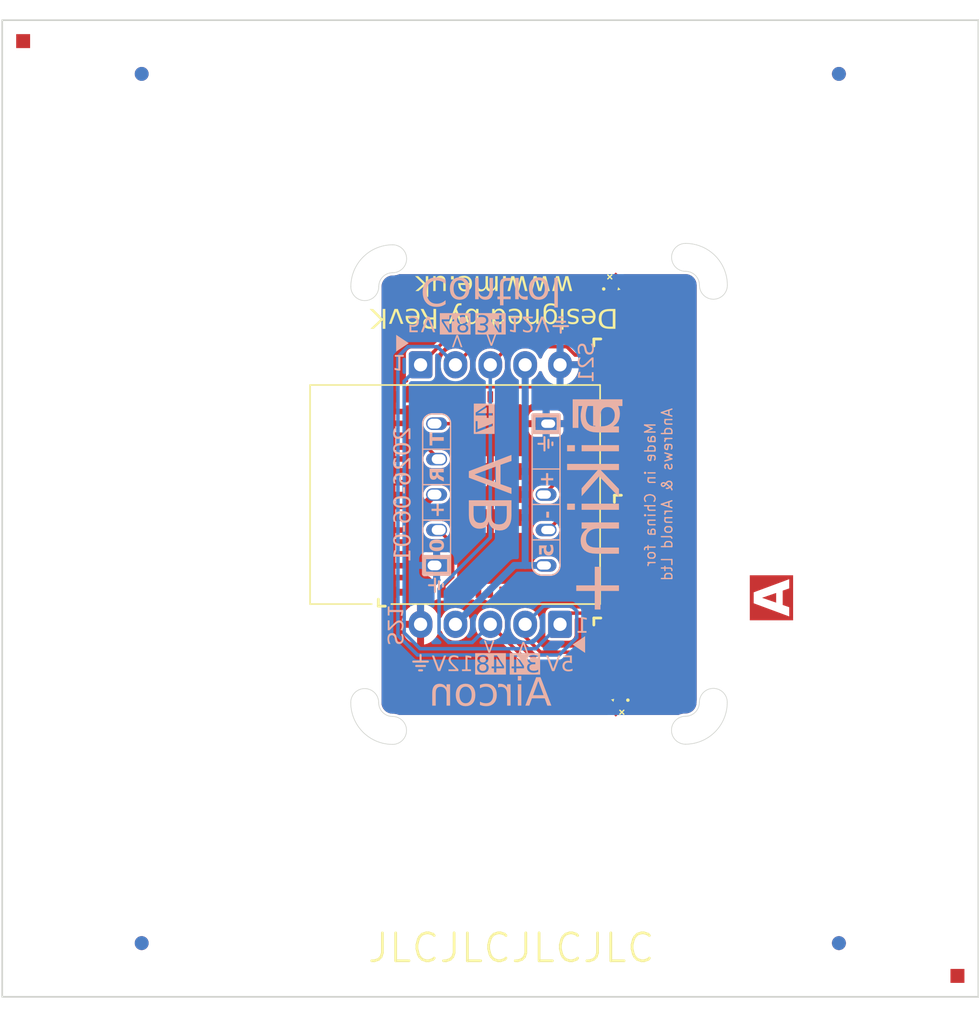
<source format=kicad_pcb>
(kicad_pcb (version 20221018) (generator pcbnew)
  (title_block (title "PCB-FAIKIN") (rev "1") (company "Adrian Kennard, Andrews & Arnold Ltd"))
  (layers (0 "F.Cu" signal) (31 "B.Cu" signal) (34 "B.Paste" user) (35 "F.Paste" user) (36 "B.SilkS" user "B.Silkscreen") (37 "F.SilkS" user "F.Silkscreen") (38 "B.Mask" user) (39 "F.Mask" user) (44 "Edge.Cuts" user))
  (property "DATE" "2023-06-02")
  (net 0 "")
  (net 1 "GND")
  (net 2 "TX")
  (net 3 "RX")
  (net 4 "S21TX")
  (net 5 "LED")
  (net 6 "DC")
  (net 8 "Net-(U4-EN)")
  (net 9 "S21RX")
  (net 19 "+3.3V")
  (net 27 "Net-(J1-Pin_1)")
  (net 37 "Net-(J2-0)")
  (net 38 "Net-(J2-Rx)")
  (net 39 "Net-(J2-Tx)")
  (net 40 "D-")
  (net 41 "D+")
  (net 42 "TX2")
  (net 43 "RX2")
  (net 44 "Net-(D1-O)")
  (footprint "RevK:R_0402" (layer "F.Cu") (at 144 76 180)
    (fp_text reference "R1" hide)
    (fp_text value "10k" hide)
    (pad "1" smd roundrect (at -0.5 0 180) (size 0.54 0.64) (layers "F.Cu" "F.Paste" "F.Mask") (net 27 "Net-(J1-Pin_1)"))
    (pad "2" smd roundrect (at 0.5 0 180) (size 0.54 0.64) (layers "F.Cu" "F.Paste" "F.Mask") (net 4 "S21TX"))
  )
  (footprint "RevK:JST_EH_S5B-EH_1x05_P2.50mm_Horizontal" (layer "F.Cu") (at 130 54.7)
    (fp_text reference "J4" hide)
    (fp_text value "1x5")
    (pad "1" thru_hole roundrect (at 0 0) (size 1.7 1.95) (drill 0.95) (layers "*.Cu" "*.Mask") (roundrect_rratio 0.1470588235) (net 27 "Net-(J1-Pin_1)"))
    (pad "2" thru_hole oval (at 2.5 0) (size 1.7 1.95) (drill 0.95) (layers "*.Cu" "*.Mask") (net 9 "S21RX"))
    (pad "3" thru_hole oval (at 5 0) (size 1.7 1.95) (drill 0.95) (layers "*.Cu" "*.Mask") (net 4 "S21TX"))
    (pad "4" thru_hole oval (at 7.5 0) (size 1.7 1.95) (drill 0.95) (layers "*.Cu" "*.Mask") (net 6 "DC"))
    (pad "5" thru_hole oval (at 10 0) (size 1.7 1.95) (drill 0.95) (layers "*.Cu" "*.Mask") (net 1 "GND"))
  )
  (footprint "RevK:C_0603_" (layer "F.Cu") (at 148.5 64.3 90)
    (fp_text reference "C8" hide)
    (fp_text value "10uF 35V")
  )
  (footprint "RevK:SMD1010" (layer "F.Cu") (at 144 79 -135)
    (fp_text reference "D1" hide)
    (fp_text value "XL-1010RGBC-WS2812B" hide)
    (fp_line (start -0.08 -0.73) (end 0.32 -0.73) (stroke (width 0.1)) (layer "F.SilkS"))
    (fp_line (start 0.12 -0.93) (end 0.12 -0.53) (stroke (width 0.1)) (layer "F.SilkS"))
    (fp_circle (center -0.8 -0.425) (end -0.675 -0.425) (fill solid) (layer "F.SilkS"))
    (fp_poly (pts (xy 0.023248 0.214442) (xy 0.023248 0.464442) (xy -0.176752 0.337718)) (fill solid) (layer "F.SilkS"))
    (pad "1" smd rect (at -0.425 -0.425 225) (size 0.45 0.45) (layers "F.Cu" "F.Paste" "F.Mask") (net 44 "Net-(D1-O)"))
    (pad "2" smd rect (at 0.425 -0.425 225) (size 0.45 0.45) (layers "F.Cu" "F.Paste" "F.Mask") (net 19 "+3.3V"))
    (pad "3" smd rect (at -0.425 0.425 225) (size 0.45 0.45) (layers "F.Cu" "F.Paste" "F.Mask") (net 1 "GND"))
    (pad "4" smd rect (at 0.425 0.425 225) (size 0.45 0.45) (layers "F.Cu" "F.Paste" "F.Mask") (net 5 "LED"))
  )
  (footprint "RevK:VCUT70N" (layer "F.Cu") (at 127 65 90)
    (fp_text reference "V5" hide)
    (fp_text value "~")
    (zone (net 0) (net_name "") (layers "F.Cu" "Cmts.User") (connect_pads (clearance 0)) (min_thickness 0.25)
      (keepout (tracks not_allowed) (vias allowed) (pads allowed) (copperpour not_allowed) (footprints allowed))
      (fill (thermal_gap 0.5) (thermal_bridge_width 0.5))
      (polygon (pts (xy 127.2 30) (xy 126.8 30) (xy 126.8 100) (xy 127.2 100)))
    )
    (zone (net 0) (net_name "") (layers "B.Cu" "Cmts.User") (connect_pads (clearance 0)) (min_thickness 0.25)
      (keepout (tracks not_allowed) (vias allowed) (pads allowed) (copperpour not_allowed) (footprints allowed))
      (fill (thermal_gap 0.5) (thermal_bridge_width 0.5))
      (polygon (pts (xy 127.2 30) (xy 126.8 30) (xy 126.8 100) (xy 127.2 100)))
    )
  )
  (footprint "RevK:DFN1006-2L" (layer "F.Cu") (at 144 51 180)
    (fp_text reference "D3" hide)
    (fp_text value "~")
    (pad "1" smd roundrect (at -0.425 0 180) (size 0.45 0.65) (layers "F.Cu" "F.Paste" "F.Mask") (net 1 "GND"))
    (pad "2" smd roundrect (at 0.425 0 180) (size 0.45 0.65) (layers "F.Cu" "F.Paste" "F.Mask") (net 9 "S21RX"))
  )
  (footprint "RevK:C_0402" (layer "F.Cu") (at 144.075 57.2 -90)
    (fp_text reference "C6" hide)
    (fp_text value "1uF" hide)
    (pad "1" smd roundrect (at -0.5 0 270) (size 0.54 0.64) (layers "F.Cu" "F.Paste" "F.Mask") (net 8 "Net-(U4-EN)"))
    (pad "2" smd roundrect (at 0.5 0 270) (size 0.54 0.64) (layers "F.Cu" "F.Paste" "F.Mask") (net 1 "GND"))
  )
  (footprint "RevK:R_0402_" (layer "F.Cu") (at 144.2 67.485 180)
    (fp_text reference "R10" hide)
    (fp_text value "39k2" hide)
  )
  (footprint "RevK:SOT-363_SC-70-6" (layer "F.Cu") (at 144 74)
    (fp_text reference "Q1" hide)
    (fp_text value "BSS138PS")
    (fp_line (start -1.575 -1.15) (end -1.575 -0.65) (stroke (width 0.2)) (layer "F.SilkS"))
    (fp_line (start -1.075 -1.15) (end -1.575 -1.15) (stroke (width 0.2)) (layer "F.SilkS"))
    (pad "1" smd rect (at -0.95 -0.65) (size 0.65 0.4) (layers "F.Cu" "F.Paste" "F.Mask") (net 1 "GND"))
    (pad "2" smd rect (at -0.95 0) (size 0.65 0.4) (layers "F.Cu" "F.Paste" "F.Mask") (net 9 "S21RX"))
    (pad "3" smd rect (at -0.95 0.65) (size 0.65 0.4) (layers "F.Cu" "F.Paste" "F.Mask") (net 4 "S21TX"))
    (pad "4" smd rect (at 0.95 0.65) (size 0.65 0.4) (layers "F.Cu" "F.Paste" "F.Mask") (net 1 "GND"))
    (pad "5" smd rect (at 0.95 0) (size 0.65 0.4) (layers "F.Cu" "F.Paste" "F.Mask") (net 2 "TX"))
    (pad "6" smd rect (at 0.95 -0.65) (size 0.65 0.4) (layers "F.Cu" "F.Paste" "F.Mask") (net 3 "RX"))
  )
  (footprint "RevK:SOT-23-6-MD8942" (layer "F.Cu") (at 146 65.6 180)
    (fp_text reference "U3" hide)
    (fp_text value "MD8942")
    (fp_line (start 1.6 1.55) (end 2.1 1.55) (stroke (width 0.2)) (layer "F.SilkS"))
    (fp_line (start 2.1 1.55) (end 2.1 1.05) (stroke (width 0.2)) (layer "F.SilkS"))
    (pad "1" smd rect (at 0.7625 1.5 180) (size 0.525 0.8) (layers "F.Cu"))
    (pad "1" smd roundrect (at 0.775 2 180) (size 0.8 0.95) (layers "F.Cu" "F.Paste" "F.Mask"))
    (pad "1" smd roundrect (at 1.1375 0.95 180) (size 1.325 0.6) (layers "F.Cu" "F.Paste" "F.Mask"))
    (pad "2" smd roundrect (at 1.1375 0 180) (size 1.325 0.6) (layers "F.Cu" "F.Paste" "F.Mask") (net 1 "GND"))
    (pad "2" smd rect (at 1.8 0 180) (size 0.8 0.6) (layers "F.Cu") (net 1 "GND"))
    (pad "2" smd roundrect (at 2.300001 -1.9 180) (size 0.54 0.64) (layers "F.Cu" "F.Paste" "F.Mask") (net 1 "GND"))
    (pad "2" smd roundrect (at 2.5 -0.72 180) (size 0.95 3) (layers "F.Cu") (net 1 "GND"))
    (pad "2" smd roundrect (at 2.5 0.525 180) (size 0.95 0.8) (layers "F.Cu" "F.Paste" "F.Mask") (net 1 "GND"))
    (pad "3" smd roundrect (at 0.5 -1.9 180) (size 0.54 0.64) (layers "F.Cu" "F.Paste" "F.Mask"))
    (pad "3" smd rect (at 0.625 -1.355 180) (size 0.29 0.89) (layers "F.Cu"))
    (pad "3" smd roundrect (at 1.1375 -0.95 180) (size 1.325 0.6) (layers "F.Cu" "F.Paste" "F.Mask"))
    (pad "3" smd rect (at 1.3 -1.45 180) (size 0.54 1) (layers "F.Cu"))
    (pad "3" smd roundrect (at 1.300001 -1.9 180) (size 0.54 0.64) (layers "F.Cu" "F.Paste" "F.Mask"))
    (pad "4" smd roundrect (at -1.3 -1.9 180) (size 0.54 0.64) (layers "F.Cu" "F.Paste" "F.Mask"))
    (pad "4" smd rect (at -1.3 -1.42 180) (size 0.54 1) (layers "F.Cu"))
    (pad "4" smd roundrect (at -1.1375 -0.95 180) (size 1.325 0.6) (layers "F.Cu" "F.Paste" "F.Mask"))
    (pad "5" smd roundrect (at -2.5 -0.72 180) (size 0.95 3) (layers "F.Cu") (net 6 "DC"))
    (pad "5" smd roundrect (at -2.5 0.525 180) (size 0.95 0.8) (layers "F.Cu" "F.Paste" "F.Mask") (net 6 "DC"))
    (pad "5" smd roundrect (at -2.3 -1.9 180) (size 0.54 0.64) (layers "F.Cu" "F.Paste" "F.Mask") (net 6 "DC"))
    (pad "5" smd rect (at -1.8 0 180) (size 0.8 0.6) (layers "F.Cu") (net 6 "DC"))
    (pad "5" smd roundrect (at -1.1375 0 180) (size 1.325 0.6) (layers "F.Cu" "F.Paste" "F.Mask") (net 6 "DC"))
    (pad "6" smd rect (at -1.5 4.6 180) (size 1.425 3.7) (layers "F.Cu" "F.Mask"))
    (pad "6" smd rect (at -1.3 1.975 180) (size 1 2) (layers "F.Cu"))
    (pad "6" smd roundrect (at -1.1375 0.95 180) (size 1.325 0.6) (layers "F.Cu" "F.Paste" "F.Mask"))
    (pad "6" smd roundrect (at -0.775 2 180) (size 0.8 0.95) (layers "F.Cu" "F.Paste" "F.Mask"))
    (pad "7" smd roundrect (at -2.69375 4.2 180) (size 0.5625 4.5) (layers "F.Cu") (net 1 "GND"))
    (pad "7" smd roundrect (at -2.5 2.075 180) (size 0.95 0.8) (layers "F.Cu" "F.Paste" "F.Mask") (net 1 "GND"))
    (pad "8" smd roundrect (at -0.5 -1.9 180) (size 0.54 0.64) (layers "F.Cu" "F.Paste" "F.Mask") (net 19 "+3.3V"))
    (pad "8" smd custom (at 0 0.8 180) (size 0.35 3) (layers "F.Cu") (net 19 "+3.3V") (options (clearance outline) (anchor rect)) (primitives (gr_arc (start -0.5 -2.71) (mid -0.129059 -2.154847) (end 0.001198 -1.5) (width 0.35)) (gr_arc (start 1.5 3) (mid 0.43934 2.56066) (end 0 1.5) (width 0.35))))
    (pad "8" smd rect (at 1.5 4.6 180) (size 1.425 3.7) (layers "F.Cu" "F.Mask") (net 19 "+3.3V"))
    (pad "8" smd custom (at 1.8 3.6 180) (size 0.7 2) (layers "F.Cu") (net 19 "+3.3V") (options (clearance outline) (anchor rect)) (primitives (gr_arc (start 0 -1) (mid 0.146447 -1.353553) (end 0.5 -1.5) (width 0.7))))
    (pad "8" smd roundrect (at 2.5 2.075 180) (size 0.95 0.8) (layers "F.Cu" "F.Paste" "F.Mask") (net 19 "+3.3V"))
  )
  (footprint "RevK:R_0402" (layer "F.Cu") (at 145.075 57.2 90)
    (fp_text reference "R3" hide)
    (fp_text value "10K" hide)
    (pad "1" smd roundrect (at -0.5 0 90) (size 0.54 0.64) (layers "F.Cu" "F.Paste" "F.Mask") (net 19 "+3.3V"))
    (pad "2" smd roundrect (at 0.5 0 90) (size 0.54 0.64) (layers "F.Cu" "F.Paste" "F.Mask") (net 8 "Net-(U4-EN)"))
  )
  (footprint "RevK:DFN1006-2L" (layer "F.Cu") (at 144 77 180)
    (fp_text reference "D2" hide)
    (fp_text value "~")
    (pad "1" smd roundrect (at -0.425 0 180) (size 0.45 0.65) (layers "F.Cu" "F.Paste" "F.Mask") (net 1 "GND"))
    (pad "2" smd roundrect (at 0.425 0 180) (size 0.45 0.65) (layers "F.Cu" "F.Paste" "F.Mask") (net 4 "S21TX"))
  )
  (footprint "RevK:SOT-363_SC-70-6" (layer "F.Cu") (at 144 54)
    (fp_text reference "Q2" hide)
    (fp_text value "BSS138PS")
    (fp_line (start -1.575 -1.15) (end -1.575 -0.65) (stroke (width 0.2)) (layer "F.SilkS"))
    (fp_line (start -1.075 -1.15) (end -1.575 -1.15) (stroke (width 0.2)) (layer "F.SilkS"))
    (pad "1" smd rect (at -0.95 -0.65) (size 0.65 0.4) (layers "F.Cu" "F.Paste" "F.Mask") (net 1 "GND"))
    (pad "2" smd rect (at -0.95 0) (size 0.65 0.4) (layers "F.Cu" "F.Paste" "F.Mask") (net 4 "S21TX"))
    (pad "3" smd rect (at -0.95 0.65) (size 0.65 0.4) (layers "F.Cu" "F.Paste" "F.Mask") (net 9 "S21RX"))
    (pad "4" smd rect (at 0.95 0.65) (size 0.65 0.4) (layers "F.Cu" "F.Paste" "F.Mask") (net 1 "GND"))
    (pad "5" smd rect (at 0.95 0) (size 0.65 0.4) (layers "F.Cu" "F.Paste" "F.Mask") (net 42 "TX2"))
    (pad "6" smd rect (at 0.95 -0.65) (size 0.65 0.4) (layers "F.Cu" "F.Paste" "F.Mask") (net 43 "RX2"))
  )
  (footprint "RevK:R_0402" (layer "F.Cu") (at 144 52)
    (fp_text reference "R2" hide)
    (fp_text value "10k" hide)
    (pad "1" smd roundrect (at -0.5 0) (size 0.54 0.64) (layers "F.Cu" "F.Paste" "F.Mask") (net 9 "S21RX"))
    (pad "2" smd roundrect (at 0.5 0) (size 0.54 0.64) (layers "F.Cu" "F.Paste" "F.Mask") (net 27 "Net-(J1-Pin_1)"))
  )
  (footprint "RevK:R_0402_" (layer "F.Cu") (at 147.8 67.485 180)
    (fp_text reference "R11" hide)
    (fp_text value "1M" hide)
  )
  (footprint "RevK:C_0402" (layer "F.Cu") (at 147.275 58.2)
    (fp_text reference "C2" hide)
    (fp_text value "100nF" hide)
    (pad "1" smd roundrect (at -0.5 0) (size 0.54 0.64) (layers "F.Cu" "F.Paste" "F.Mask") (net 19 "+3.3V"))
    (pad "2" smd roundrect (at 0.5 0) (size 0.54 0.64) (layers "F.Cu" "F.Paste" "F.Mask") (net 1 "GND"))
  )
  (footprint "RevK:ESP32-S3-MINI-1" (layer "F.Cu") (at 135 64 90)
    (fp_text reference "U4" hide)
    (fp_text value "ESP32-S3-MINI-1" hide)
    (fp_line (start -8 -8.03) (end -8 -7.53) (stroke (width 0.2)) (layer "F.SilkS"))
    (fp_line (start -7.85 -12.925) (end -7.85 -8.5) (stroke (width 0.12)) (layer "F.SilkS"))
    (fp_line (start -7.85 -12.925) (end 7.85 -12.925) (stroke (width 0.12)) (layer "F.SilkS"))
    (fp_line (start -7.85 -7.1) (end -7.85 7.875) (stroke (width 0.12)) (layer "F.SilkS"))
    (fp_line (start -7.85 7.875) (end 7.85 7.875) (stroke (width 0.12)) (layer "F.SilkS"))
    (fp_line (start -7.5 -8.03) (end -8 -8.03) (stroke (width 0.2)) (layer "F.SilkS"))
    (fp_line (start 7.85 -12.925) (end 7.85 7.875) (stroke (width 0.12)) (layer "F.SilkS"))
    (pad "1" smd rect (at -7 -5.95 180) (size 0.4 0.8) (layers "F.Cu" "F.Paste" "F.Mask") (net 1 "GND"))
    (pad "2" smd rect (at -7 -5.1 180) (size 0.4 0.8) (layers "F.Cu" "F.Paste" "F.Mask") (net 1 "GND"))
    (pad "3" smd rect (at -7 -4.25 180) (size 0.4 0.8) (layers "F.Cu" "F.Paste" "F.Mask") (net 19 "+3.3V"))
    (pad "4" smd rect (at -7 -3.4 180) (size 0.4 0.8) (layers "F.Cu" "F.Paste" "F.Mask") (net 37 "Net-(J2-0)"))
    (pad "5" smd rect (at -7 -2.55 180) (size 0.4 0.8) (layers "F.Cu" "F.Paste" "F.Mask"))
    (pad "6" smd rect (at -7 -1.7 180) (size 0.4 0.8) (layers "F.Cu" "F.Paste" "F.Mask"))
    (pad "7" smd rect (at -7 -0.85 180) (size 0.4 0.8) (layers "F.Cu" "F.Paste" "F.Mask"))
    (pad "8" smd rect (at -7 0 180) (size 0.4 0.8) (layers "F.Cu" "F.Paste" "F.Mask"))
    (pad "9" smd rect (at -7 0.85 180) (size 0.4 0.8) (layers "F.Cu" "F.Paste" "F.Mask"))
    (pad "10" smd rect (at -7 1.7 180) (size 0.4 0.8) (layers "F.Cu" "F.Paste" "F.Mask"))
    (pad "11" smd rect (at -7 2.55 180) (size 0.4 0.8) (layers "F.Cu" "F.Paste" "F.Mask"))
    (pad "12" smd rect (at -7 3.4 180) (size 0.4 0.8) (layers "F.Cu" "F.Paste" "F.Mask"))
    (pad "13" smd rect (at -7 4.25 180) (size 0.4 0.8) (layers "F.Cu" "F.Paste" "F.Mask"))
    (pad "14" smd rect (at -7 5.1 180) (size 0.4 0.8) (layers "F.Cu" "F.Paste" "F.Mask"))
    (pad "15" smd rect (at -7 5.95 180) (size 0.4 0.8) (layers "F.Cu" "F.Paste" "F.Mask"))
    (pad "16" smd rect (at -5.95 7 90) (size 0.4 0.8) (layers "F.Cu" "F.Paste" "F.Mask") (net 1 "GND"))
    (pad "17" smd rect (at -5.1 7 90) (size 0.4 0.8) (layers "F.Cu" "F.Paste" "F.Mask") (net 1 "GND"))
    (pad "18" smd rect (at -4.25 7 90) (size 0.4 0.8) (layers "F.Cu" "F.Paste" "F.Mask") (net 1 "GND"))
    (pad "19" smd rect (at -3.4 7 90) (size 0.4 0.8) (layers "F.Cu" "F.Paste" "F.Mask") (net 1 "GND"))
    (pad "20" smd rect (at -2.55 7 90) (size 0.4 0.8) (layers "F.Cu" "F.Paste" "F.Mask") (net 1 "GND"))
    (pad "21" smd rect (at -1.7 7 90) (size 0.4 0.8) (layers "F.Cu" "F.Paste" "F.Mask") (net 1 "GND"))
    (pad "22" smd rect (at -0.85 7 90) (size 0.4 0.8) (layers "F.Cu" "F.Paste" "F.Mask") (net 1 "GND"))
    (pad "23" smd rect (at 0 7 90) (size 0.4 0.8) (layers "F.Cu" "F.Paste" "F.Mask") (net 40 "D-"))
    (pad "24" smd rect (at 0.85 7 90) (size 0.4 0.8) (layers "F.Cu" "F.Paste" "F.Mask") (net 41 "D+"))
    (pad "25" smd rect (at 1.7 7 90) (size 0.4 0.8) (layers "F.Cu" "F.Paste" "F.Mask"))
    (pad "26" smd rect (at 2.55 7 90) (size 0.4 0.8) (layers "F.Cu" "F.Paste" "F.Mask"))
    (pad "27" smd rect (at 3.4 7 90) (size 0.4 0.8) (layers "F.Cu" "F.Paste" "F.Mask") (net 5 "LED"))
    (pad "28" smd rect (at 4.25 7 90) (size 0.4 0.8) (layers "F.Cu" "F.Paste" "F.Mask"))
    (pad "29" smd rect (at 5.1 7 90) (size 0.4 0.8) (layers "F.Cu" "F.Paste" "F.Mask") (net 3 "RX"))
    (pad "30" smd rect (at 5.95 7 90) (size 0.4 0.8) (layers "F.Cu" "F.Paste" "F.Mask") (net 2 "TX"))
    (pad "31" smd rect (at 7 5.95 180) (size 0.4 0.8) (layers "F.Cu" "F.Paste" "F.Mask") (net 43 "RX2"))
    (pad "32" smd rect (at 7 5.1 180) (size 0.4 0.8) (layers "F.Cu" "F.Paste" "F.Mask") (net 42 "TX2"))
    (pad "33" smd rect (at 7 4.25 180) (size 0.4 0.8) (layers "F.Cu" "F.Paste" "F.Mask"))
    (pad "34" smd rect (at 7 3.4 180) (size 0.4 0.8) (layers "F.Cu" "F.Paste" "F.Mask"))
    (pad "35" smd rect (at 7 2.55 180) (size 0.4 0.8) (layers "F.Cu" "F.Paste" "F.Mask"))
    (pad "36" smd rect (at 7 1.7 180) (size 0.4 0.8) (layers "F.Cu" "F.Paste" "F.Mask"))
    (pad "37" smd rect (at 7 0.85 180) (size 0.4 0.8) (layers "F.Cu" "F.Paste" "F.Mask"))
    (pad "38" smd rect (at 7 0 180) (size 0.4 0.8) (layers "F.Cu" "F.Paste" "F.Mask"))
    (pad "39" smd rect (at 7 -0.85 180) (size 0.4 0.8) (layers "F.Cu" "F.Paste" "F.Mask") (net 39 "Net-(J2-Tx)"))
    (pad "40" smd rect (at 7 -1.7 180) (size 0.4 0.8) (layers "F.Cu" "F.Paste" "F.Mask") (net 38 "Net-(J2-Rx)"))
    (pad "41" smd rect (at 7 -2.55 180) (size 0.4 0.8) (layers "F.Cu" "F.Paste" "F.Mask"))
    (pad "42" smd rect (at 7 -3.4 180) (size 0.4 0.8) (layers "F.Cu" "F.Paste" "F.Mask") (net 1 "GND"))
    (pad "43" smd rect (at 7 -4.25 180) (size 0.4 0.8) (layers "F.Cu" "F.Paste" "F.Mask") (net 1 "GND"))
    (pad "44" smd rect (at 7 -5.1 180) (size 0.4 0.8) (layers "F.Cu" "F.Paste" "F.Mask"))
    (pad "45" smd rect (at 7 -5.95 180) (size 0.4 0.8) (layers "F.Cu" "F.Paste" "F.Mask") (net 8 "Net-(U4-EN)"))
    (pad "46" smd rect (at 5.95 -7 90) (size 0.4 0.8) (layers "F.Cu" "F.Paste" "F.Mask") (net 1 "GND"))
    (pad "47" smd rect (at 5.1 -7 90) (size 0.4 0.8) (layers "F.Cu" "F.Paste" "F.Mask") (net 1 "GND"))
    (pad "48" smd rect (at 4.25 -7 90) (size 0.4 0.8) (layers "F.Cu" "F.Paste" "F.Mask") (net 1 "GND"))
    (pad "49" smd rect (at 3.4 -7 90) (size 0.4 0.8) (layers "F.Cu" "F.Paste" "F.Mask") (net 1 "GND"))
    (pad "50" smd rect (at 2.55 -7 90) (size 0.4 0.8) (layers "F.Cu" "F.Paste" "F.Mask") (net 1 "GND"))
    (pad "51" smd rect (at 1.7 -7 90) (size 0.4 0.8) (layers "F.Cu" "F.Paste" "F.Mask") (net 1 "GND"))
    (pad "52" smd rect (at 0.85 -7 90) (size 0.4 0.8) (layers "F.Cu" "F.Paste" "F.Mask") (net 1 "GND"))
    (pad "53" smd rect (at 0 -7 90) (size 0.4 0.8) (layers "F.Cu" "F.Paste" "F.Mask") (net 1 "GND"))
    (pad "54" smd rect (at -0.85 -7 90) (size 0.4 0.8) (layers "F.Cu" "F.Paste" "F.Mask") (net 1 "GND"))
    (pad "55" smd rect (at -1.7 -7 90) (size 0.4 0.8) (layers "F.Cu" "F.Paste" "F.Mask") (net 1 "GND"))
    (pad "56" smd rect (at -2.55 -7 90) (size 0.4 0.8) (layers "F.Cu" "F.Paste" "F.Mask") (net 1 "GND"))
    (pad "57" smd rect (at -3.4 -7 90) (size 0.4 0.8) (layers "F.Cu" "F.Paste" "F.Mask") (net 1 "GND"))
    (pad "58" smd rect (at -4.25 -7 90) (size 0.4 0.8) (layers "F.Cu" "F.Paste" "F.Mask") (net 1 "GND"))
    (pad "59" smd rect (at -5.1 -7 90) (size 0.4 0.8) (layers "F.Cu" "F.Paste" "F.Mask") (net 1 "GND"))
    (pad "60" smd rect (at -5.95 -7 90) (size 0.4 0.8) (layers "F.Cu" "F.Paste" "F.Mask") (net 1 "GND"))
    (pad "61" smd roundrect (at -1.65 -1.65 90) (size 1.2 1.2) (layers "F.Cu" "F.Paste" "F.Mask") (roundrect_rratio 0) (chamfer_ratio 0.5) (chamfer top_left) (net 1 "GND"))
    (pad "61" smd rect (at -1.65 0 180) (size 1.2 1.2) (layers "F.Cu" "F.Paste" "F.Mask") (net 1 "GND"))
    (pad "61" smd rect (at -1.65 1.65 180) (size 1.2 1.2) (layers "F.Cu" "F.Paste" "F.Mask") (net 1 "GND"))
    (pad "61" smd rect (at 0 -1.65 90) (size 1.2 1.2) (layers "F.Cu" "F.Paste" "F.Mask") (net 1 "GND"))
    (pad "61" smd rect (at 0 0 90) (size 1.2 1.2) (layers "F.Cu" "F.Paste" "F.Mask") (net 1 "GND"))
    (pad "61" smd rect (at 0 1.65 90) (size 1.2 1.2) (layers "F.Cu" "F.Paste" "F.Mask") (net 1 "GND"))
    (pad "61" smd rect (at 1.65 -1.65 90) (size 1.2 1.2) (layers "F.Cu" "F.Paste" "F.Mask") (net 1 "GND"))
    (pad "61" smd rect (at 1.65 0 90) (size 1.2 1.2) (layers "F.Cu" "F.Paste" "F.Mask") (net 1 "GND"))
    (pad "61" smd rect (at 1.65 1.65 90) (size 1.2 1.2) (layers "F.Cu" "F.Paste" "F.Mask") (net 1 "GND"))
    (pad "62" smd rect (at -7 -7 90) (size 0.8 0.8) (layers "F.Cu" "F.Paste" "F.Mask") (net 1 "GND"))
    (pad "63" smd rect (at -7 7 90) (size 0.8 0.8) (layers "F.Cu" "F.Paste" "F.Mask") (net 1 "GND"))
    (pad "64" smd rect (at 7 7 90) (size 0.8 0.8) (layers "F.Cu" "F.Paste" "F.Mask") (net 1 "GND"))
    (pad "65" smd rect (at 7 -7 90) (size 0.8 0.8) (layers "F.Cu" "F.Paste" "F.Mask") (net 1 "GND"))
    (zone (net 0) (net_name "") (layers "F.Cu" "In1.Cu" "In2.Cu" "In3.Cu" "In4.Cu" "In5.Cu" "In6.Cu" "In7.Cu" "In8.Cu" "In9.Cu" "In10.Cu" "In11.Cu" "In12.Cu" "In13.Cu" "In14.Cu" "In15.Cu" "In16.Cu" "In17.Cu" "In18.Cu" "In19.Cu" "In20.Cu" "In21.Cu" "In22.Cu" "In23.Cu" "In24.Cu" "In25.Cu" "In26.Cu" "In27.Cu" "In28.Cu" "In29.Cu" "In30.Cu") (connect_pads (clearance 0)) (min_thickness 0.01)
      (keepout (tracks not_allowed) (vias not_allowed) (pads not_allowed) (copperpour not_allowed) (footprints not_allowed))
      (fill (thermal_gap 0.508) (thermal_bridge_width 0.508))
      (polygon (pts (xy 122.225 71.7) (xy 122.225 56.3) (xy 127.275 56.3) (xy 127.275 71.7)))
    )
    (zone (net 0) (net_name "") (layer "B.Cu") (connect_pads (clearance 0)) (min_thickness 0.01)
      (keepout (tracks not_allowed) (vias not_allowed) (pads not_allowed) (copperpour not_allowed) (footprints not_allowed))
      (fill (thermal_gap 0.508) (thermal_bridge_width 0.508))
      (polygon (pts (xy 122.15 71.7) (xy 122.15 56.3) (xy 126.8 56.3) (xy 126.8 71.7)))
    )
  )
  (footprint "RevK:C_0603_" (layer "F.Cu") (at 146 63.6)
    (fp_text reference "C10" hide)
    (fp_text value "100nF")
  )
  (footprint "RevK:VCUT70N" (layer "F.Cu") (at 134.9 80 180)
    (fp_text reference "V2" hide)
    (fp_text value "~")
    (zone (net 0) (net_name "") (layers "F.Cu" "Cmts.User") (connect_pads (clearance 0)) (min_thickness 0.25)
      (keepout (tracks not_allowed) (vias allowed) (pads allowed) (copperpour not_allowed) (footprints allowed))
      (fill (thermal_gap 0.5) (thermal_bridge_width 0.5))
      (polygon (pts (xy 99.9 79.8) (xy 99.9 80.2) (xy 169.9 80.2) (xy 169.9 79.8)))
    )
    (zone (net 0) (net_name "") (layers "B.Cu" "Cmts.User") (connect_pads (clearance 0)) (min_thickness 0.25)
      (keepout (tracks not_allowed) (vias allowed) (pads allowed) (copperpour not_allowed) (footprints allowed))
      (fill (thermal_gap 0.5) (thermal_bridge_width 0.5))
      (polygon (pts (xy 99.9 79.8) (xy 99.9 80.2) (xy 169.9 80.2) (xy 169.9 79.8)))
    )
  )
  (footprint "RevK:JST_EH_S5B-EH_1x05_P2.50mm_Horizontal" (layer "F.Cu") (at 140 73.3 180)
    (fp_text reference "J1" hide)
    (fp_text value "1x5")
    (pad "1" thru_hole roundrect (at 0 0 180) (size 1.7 1.95) (drill 0.95) (layers "*.Cu" "*.Mask") (roundrect_rratio 0.1470588235) (net 27 "Net-(J1-Pin_1)"))
    (pad "2" thru_hole oval (at 2.5 0 180) (size 1.7 1.95) (drill 0.95) (layers "*.Cu" "*.Mask") (net 9 "S21RX"))
    (pad "3" thru_hole oval (at 5 0 180) (size 1.7 1.95) (drill 0.95) (layers "*.Cu" "*.Mask") (net 4 "S21TX"))
    (pad "4" thru_hole oval (at 7.5 0 180) (size 1.7 1.95) (drill 0.95) (layers "*.Cu" "*.Mask") (net 6 "DC"))
    (pad "5" thru_hole oval (at 10 0 180) (size 1.7 1.95) (drill 0.95) (layers "*.Cu" "*.Mask") (net 1 "GND"))
  )
  (footprint "RevK:C_0603" (layer "F.Cu") (at 147.275 57)
    (fp_text reference "C5" hide)
    (fp_text value "22uF")
    (pad "1" smd roundrect (at -0.775 0) (size 0.8 0.95) (layers "F.Cu" "F.Paste" "F.Mask") (net 19 "+3.3V"))
    (pad "2" smd roundrect (at 0.775 0) (size 0.8 0.95) (layers "F.Cu" "F.Paste" "F.Mask") (net 1 "GND"))
  )
  (footprint "RevK:L_4x4_" (layer "F.Cu") (at 146 61)
    (fp_text reference "L2" hide)
    (fp_text value "10uH")
  )
  (footprint "RevK:VCUT70N" (layer "F.Cu") (at 150 65 90)
    (fp_text reference "V6" hide)
    (fp_text value "~")
    (zone (net 0) (net_name "") (layers "F.Cu" "Cmts.User") (connect_pads (clearance 0)) (min_thickness 0.25)
      (keepout (tracks not_allowed) (vias allowed) (pads allowed) (copperpour not_allowed) (footprints allowed))
      (fill (thermal_gap 0.5) (thermal_bridge_width 0.5))
      (polygon (pts (xy 150.2 30) (xy 149.8 30) (xy 149.8 100) (xy 150.2 100)))
    )
    (zone (net 0) (net_name "") (layers "B.Cu" "Cmts.User") (connect_pads (clearance 0)) (min_thickness 0.25)
      (keepout (tracks not_allowed) (vias allowed) (pads allowed) (copperpour not_allowed) (footprints allowed))
      (fill (thermal_gap 0.5) (thermal_bridge_width 0.5))
      (polygon (pts (xy 150.2 30) (xy 149.8 30) (xy 149.8 100) (xy 150.2 100)))
    )
  )
  (footprint "RevK:SMD1010" (layer "F.Cu") (at 144 49 45)
    (fp_text reference "D4" hide)
    (fp_text value "XL-1010RGBC-WS2812B" hide)
    (fp_line (start -0.08 -0.73) (end 0.32 -0.73) (stroke (width 0.1)) (layer "F.SilkS"))
    (fp_line (start 0.12 -0.93) (end 0.12 -0.53) (stroke (width 0.1)) (layer "F.SilkS"))
    (fp_circle (center -0.8 -0.425) (end -0.675 -0.425) (fill solid) (layer "F.SilkS"))
    (fp_poly (pts (xy 0.023248 0.214442) (xy 0.023248 0.464442) (xy -0.176752 0.337718)) (fill solid) (layer "F.SilkS"))
    (pad "1" smd rect (at -0.425 -0.425 45) (size 0.45 0.45) (layers "F.Cu" "F.Paste" "F.Mask"))
    (pad "2" smd rect (at 0.425 -0.425 45) (size 0.45 0.45) (layers "F.Cu" "F.Paste" "F.Mask") (net 19 "+3.3V"))
    (pad "3" smd rect (at -0.425 0.425 45) (size 0.45 0.45) (layers "F.Cu" "F.Paste" "F.Mask") (net 1 "GND"))
    (pad "4" smd rect (at 0.425 0.425 45) (size 0.45 0.45) (layers "F.Cu" "F.Paste" "F.Mask") (net 44 "Net-(D1-O)"))
  )
  (footprint "RevK:C_0603_" (layer "F.Cu") (at 143.5 64.3 -90)
    (fp_text reference "C9" hide)
    (fp_text value "10uF 6.3V")
  )
  (footprint "RevK:R_0402_" (layer "F.Cu") (at 146 67.5)
    (fp_text reference "R9" hide)
    (fp_text value "124k" hide)
  )
  (footprint "RevK:PCB7070" (layer "F.Cu") (at 135 65)
    (fp_text reference "PCB1" hide)
    (fp_text value "70x70" hide)
    (fp_text user "JLCJLCJLCJLC" (at 1.5 31.5 unlocked) (layer "F.SilkS") (effects (font (size 2 2) (thickness 0.2))))
    (fp_rect (start -34 -34) (end -33 -33) (fill solid) (layer "F.Cu"))
    (fp_rect (start 33 33) (end 34 34) (fill solid) (layer "F.Cu"))
    (fp_line (start -35 -35) (end 35 -35) (stroke (width 0.12)) (layer "Edge.Cuts"))
    (fp_line (start -35 35) (end -35 -35) (stroke (width 0.12)) (layer "Edge.Cuts"))
    (fp_line (start 35 -35) (end 35 35) (stroke (width 0.12)) (layer "Edge.Cuts"))
    (fp_line (start 35 35) (end -35 35) (stroke (width 0.12)) (layer "Edge.Cuts"))
    (pad "" np_thru_hole circle (at -33 33) (size 1.1 1.1) (drill 1.1) (layers "F&B.Cu" "*.Mask") (clearance 0.1))
    (pad "" np_thru_hole circle (at -30 -30) (size 2 2) (drill 2) (layers "F&B.Cu" "*.Mask") (clearance 0.1))
    (pad "" np_thru_hole circle (at -30 30) (size 2 2) (drill 2) (layers "F&B.Cu" "*.Mask") (clearance 0.1))
    (pad "" smd circle (at -25 -31.15) (size 1 1) (property pad_prop_fiducial_loc) (layers "F.Cu" "F.Paste" "F.Mask") (clearance 0.5))
    (pad "" smd circle (at -25 -31.15) (size 1 1) (property pad_prop_fiducial_loc) (layers "B.Cu" "B.Paste" "B.Mask") (clearance 0.5))
    (pad "" smd circle (at -25 31.15) (size 1 1) (property pad_prop_fiducial_loc) (layers "F.Cu" "F.Paste" "F.Mask") (clearance 0.5))
    (pad "" smd circle (at -25 31.15) (size 1 1) (property pad_prop_fiducial_loc) (layers "B.Cu" "B.Paste" "B.Mask") (clearance 0.5))
    (pad "" smd circle (at 25 -31.15) (size 1 1) (property pad_prop_fiducial_loc) (layers "F.Cu" "F.Paste" "F.Mask") (clearance 0.5))
    (pad "" smd circle (at 25 -31.15) (size 1 1) (property pad_prop_fiducial_loc) (layers "B.Cu" "B.Paste" "B.Mask") (clearance 0.5))
    (pad "" smd circle (at 25 31.15) (size 1 1) (property pad_prop_fiducial_loc) (layers "F.Cu" "F.Paste" "F.Mask") (clearance 0.5))
    (pad "" smd circle (at 25 31.15) (size 1 1) (property pad_prop_fiducial_loc) (layers "B.Cu" "B.Paste" "B.Mask") (clearance 0.5))
    (pad "" np_thru_hole circle (at 30 -30) (size 2 2) (drill 2) (layers "F&B.Cu" "*.Mask") (clearance 0.1))
    (pad "" np_thru_hole circle (at 30 30) (size 2 2) (drill 2) (layers "F&B.Cu" "*.Mask") (clearance 0.1))
    (pad "" np_thru_hole circle (at 33 -33) (size 1.1 1.1) (drill 1.1) (layers "F&B.Cu" "*.Mask") (clearance 0.1))
  )
  (footprint "RevK:Shelly" (layer "B.Cu") (at 131.15 64 -90)
    (fp_text reference "J2" hide)
    (fp_text value "Shelly" hide)
    (fp_text user "R" (at -1.4425 -0.1 90 unlocked) (layer "B.SilkS") (effects (font (thickness 0.1) bold) (justify mirror)))
    (fp_text user "T" (at -3.9825 -0.1 90 unlocked) (layer "B.SilkS") (effects (font (thickness 0.1) bold) (justify mirror)))
    (fp_text user "0" (at 3.6375 -0.1 90 unlocked) (layer "B.SilkS") (effects (font (thickness 0.1) bold) (justify mirror)))
    (fp_text user "⏚" (at 6.5 0 90 unlocked) (layer "B.SilkS") (effects (justify mirror)))
    (fp_text user "+" (at 1.0975 -0.1 90 unlocked) (layer "B.SilkS") (effects (font (thickness 0.1) bold) (justify mirror)))
    (fp_line (start -5.78 0.3) (end -5.78 -0.3) (stroke (width 0.1)) (layer "B.SilkS"))
    (fp_line (start -5.08 1) (end 4.52 1) (stroke (width 0.1)) (layer "B.SilkS"))
    (fp_line (start -3.25 -1) (end -3.25 1) (stroke (width 0.1)) (layer "B.SilkS"))
    (fp_line (start -0.71 -1) (end -0.71 1) (stroke (width 0.1)) (layer "B.SilkS"))
    (fp_line (start 1.83 -1) (end 1.83 1) (stroke (width 0.1)) (layer "B.SilkS"))
    (fp_line (start 4.475 0.905) (end 4.475 -0.905) (stroke (width 0.29)) (layer "B.SilkS"))
    (fp_line (start 4.52 -1) (end -5.08 -1) (stroke (width 0.1)) (layer "B.SilkS"))
    (fp_line (start 4.52 -0.905) (end 5.685 -0.905) (stroke (width 0.29)) (layer "B.SilkS"))
    (fp_line (start 4.55 0.905) (end 5.685 0.905) (stroke (width 0.29)) (layer "B.SilkS"))
    (fp_line (start 5.685 0.905) (end 5.685 -0.905) (stroke (width 0.29)) (layer "B.SilkS"))
    (fp_arc (start -5.78 -0.3) (mid -5.574974 -0.794974) (end -5.08 -1) (stroke (width 0.1)) (layer "B.SilkS"))
    (fp_arc (start -5.08 1) (mid -5.574974 0.794974) (end -5.78 0.3) (stroke (width 0.1)) (layer "B.SilkS"))
    (pad "1" thru_hole rect (at 5.08 0.15) (size 1.5 0.9) (drill oval 1 0.7 (offset 0.15 0)) (layers "*.Cu" "*.Mask") (net 1 "GND"))
    (pad "2" thru_hole oval (at 2.54 -0.15) (size 1.5 0.9) (drill oval 1 0.7 (offset -0.15 0)) (layers "*.Cu" "*.Mask") (net 37 "Net-(J2-0)"))
    (pad "3" thru_hole oval (at 0 0.15) (size 1.5 0.9) (drill oval 1 0.7 (offset 0.15 0)) (layers "*.Cu" "*.Mask") (net 19 "+3.3V"))
    (pad "4" thru_hole oval (at -2.54 -0.15) (size 1.5 0.9) (drill oval 1 0.7 (offset -0.15 0)) (layers "*.Cu" "*.Mask") (net 38 "Net-(J2-Rx)"))
    (pad "5" thru_hole oval (at -5.08 0.15) (size 1.5 0.9) (drill oval 1 0.7 (offset 0.15 0)) (layers "*.Cu" "*.Mask") (net 39 "Net-(J2-Tx)"))
  )
  (footprint "RevK:VCUT70N" (layer "B.Cu") (at 134.9 48 180)
    (fp_text reference "V1" hide)
    (fp_text value "~")
    (zone (net 0) (net_name "") (layers "F.Cu" "Cmts.User") (connect_pads (clearance 0)) (min_thickness 0.25)
      (keepout (tracks not_allowed) (vias allowed) (pads allowed) (copperpour not_allowed) (footprints allowed))
      (fill (thermal_gap 0.5) (thermal_bridge_width 0.5))
      (polygon (pts (xy 99.9 48.2) (xy 99.9 47.8) (xy 169.9 47.8) (xy 169.9 48.2)))
    )
    (zone (net 0) (net_name "") (layers "B.Cu" "Cmts.User") (connect_pads (clearance 0)) (min_thickness 0.25)
      (keepout (tracks not_allowed) (vias allowed) (pads allowed) (copperpour not_allowed) (footprints allowed))
      (fill (thermal_gap 0.5) (thermal_bridge_width 0.5))
      (polygon (pts (xy 99.9 48.2) (xy 99.9 47.8) (xy 169.9 47.8) (xy 169.9 48.2)))
    )
  )
  (footprint "RevK:USB-PROG" (layer "B.Cu") (at 139 64 90)
    (fp_text reference "J3" hide)
    (fp_text value "USB-PROG" hide)
    (fp_text user "5" (at -3.9825 0.1 90 unlocked) (layer "B.SilkS") (effects (font (thickness 0.1) bold) (justify mirror)))
    (fp_text user "+" (at 1.0975 0.1 90 unlocked) (layer "B.SilkS") (effects (font (thickness 0.1) bold) (justify mirror)))
    (fp_text user "-" (at -1.4425 0.1 90 unlocked) (layer "B.SilkS") (effects (font (thickness 0.1) bold) (justify mirror)))
    (fp_text user "⏚" (at 3.6375 0 90 unlocked) (layer "B.SilkS") (effects (justify mirror)))
    (fp_line (start -5.78 0.3) (end -5.78 -0.3) (stroke (width 0.1)) (layer "B.SilkS"))
    (fp_line (start -5.08 1) (end 4.52 1) (stroke (width 0.1)) (layer "B.SilkS"))
    (fp_line (start -3.25 -1) (end -3.25 1) (stroke (width 0.1)) (layer "B.SilkS"))
    (fp_line (start -0.71 -1) (end -0.71 1) (stroke (width 0.1)) (layer "B.SilkS"))
    (fp_line (start 1.83 -1) (end 1.83 1) (stroke (width 0.1)) (layer "B.SilkS"))
    (fp_line (start 4.475 0.905) (end 4.475 -0.905) (stroke (width 0.29)) (layer "B.SilkS"))
    (fp_line (start 4.52 -1) (end -5.08 -1) (stroke (width 0.1)) (layer "B.SilkS"))
    (fp_line (start 4.52 -0.905) (end 5.685 -0.905) (stroke (width 0.29)) (layer "B.SilkS"))
    (fp_line (start 4.55 0.905) (end 5.685 0.905) (stroke (width 0.29)) (layer "B.SilkS"))
    (fp_line (start 5.685 0.905) (end 5.685 -0.905) (stroke (width 0.29)) (layer "B.SilkS"))
    (fp_arc (start -5.78 -0.3) (mid -5.574974 -0.794974) (end -5.08 -1) (stroke (width 0.1)) (layer "B.SilkS"))
    (fp_arc (start -5.08 1) (mid -5.574974 0.794974) (end -5.78 0.3) (stroke (width 0.1)) (layer "B.SilkS"))
    (pad "1" thru_hole oval (at -5.08 -0.15) (size 1.5 0.9) (drill oval 1 0.6 (offset 0.15 0)) (layers "*.Cu" "*.Mask") (net 6 "DC"))
    (pad "2" thru_hole oval (at -2.54 0.15) (size 1.5 0.9) (drill oval 1 0.6 (offset -0.15 0)) (layers "*.Cu" "*.Mask") (net 40 "D-"))
    (pad "3" thru_hole oval (at 0 -0.15) (size 1.5 0.9) (drill oval 1 0.6 (offset 0.15 0)) (layers "*.Cu" "*.Mask") (net 41 "D+"))
    (pad "4" thru_hole rect (at 5.08 0.15 180) (size 1.5 0.9) (drill oval 1 0.6 (offset 0.15 0)) (layers "*.Cu" "*.Mask") (net 1 "GND"))
  )
  (gr_poly (pts (xy 141.8 75.35) (xy 141.8 74.15) (xy 140.9 74.75)) (fill solid) (layer "B.SilkS"))
  (gr_poly (pts (xy 128.25 52.55) (xy 128.25 53.75) (xy 129.15 53.15)) (fill solid) (layer "B.SilkS"))
  (gr_arc (start 127.992893 79.907107) (mid 128.992893 80.907107) (end 127.992893 81.907107) (stroke (width 0.05)) (layer "Edge.Cuts"))
  (gr_arc (start 151.992893 78.892893) (mid 151.114215 81.014215) (end 148.992893 81.892893) (stroke (width 0.05)) (layer "Edge.Cuts"))
  (gr_arc (start 148.992893 81.892893) (mid 147.992907 80.8929) (end 148.992893 79.892893) (stroke (width 0.05)) (layer "Edge.Cuts"))
  (gr_arc (start 128 46.1) (mid 129 47.1) (end 128 48.1) (stroke (width 0.05)) (layer "Edge.Cuts"))
  (gr_arc (start 149 48) (mid 149.707109 48.292891) (end 150 49) (stroke (width 0.05)) (layer "Edge.Cuts"))
  (gr_arc (start 152 49) (mid 151 50) (end 150 49) (stroke (width 0.05)) (layer "Edge.Cuts"))
  (gr_arc (start 149 46) (mid 151.121322 46.878678) (end 152 49) (stroke (width 0.05)) (layer "Edge.Cuts"))
  (gr_arc (start 125 49.1) (mid 125.87868 46.97868) (end 128 46.1) (stroke (width 0.05)) (layer "Edge.Cuts"))
  (gr_arc (start 127 49.1) (mid 127.292893 48.392893) (end 128 48.1) (stroke (width 0.05)) (layer "Edge.Cuts"))
  (gr_arc (start 124.992893 78.907107) (mid 125.992893 77.907107) (end 126.992893 78.907107) (stroke (width 0.05)) (layer "Edge.Cuts"))
  (gr_arc (start 127.992893 79.907107) (mid 127.285786 79.614214) (end 126.992893 78.907107) (stroke (width 0.05)) (layer "Edge.Cuts"))
  (gr_arc (start 127 49.1) (mid 126 50.1) (end 125 49.1) (stroke (width 0.05)) (layer "Edge.Cuts"))
  (gr_arc (start 149.992893 78.892893) (mid 149.700002 79.600002) (end 148.992893 79.892893) (stroke (width 0.05)) (layer "Edge.Cuts"))
  (gr_arc (start 149.992893 78.892893) (mid 150.992893 77.892893) (end 151.992893 78.892893) (stroke (width 0.05)) (layer "Edge.Cuts"))
  (gr_arc (start 127.992893 81.907107) (mid 125.871573 81.028427) (end 124.992893 78.907107) (stroke (width 0.05)) (layer "Edge.Cuts"))
  (gr_arc (start 149 48) (mid 148 46.999993) (end 149 46) (stroke (width 0.05)) (layer "Edge.Cuts"))
  (gr_text "A" (at 155.4 71.4 90) (layer "F.Cu" knockout) (effects (font (size 2.5 2.5) (thickness 0.3) bold)))
  (gr_text "F" (at 143.025 58.1 90) (layer "B.SilkS") (effects (font (size 3.5 3.5)) (justify mirror)))
  (gr_text "1" (at 128.45 54.45 180) (layer "B.SilkS") (effects (font (size 1.1 1.1) (thickness 0.1)) (justify mirror)))
  (gr_text ">" (at 135.1 52.9 90) (layer "B.SilkS") (effects (font (size 1 1)) (justify mirror)))
  (gr_text "${CURRENT_DATE}" (at 128.775 64 90) (layer "B.SilkS") (effects (font (size 1.2 1.2)) (justify mirror)))
  (gr_text "1" (at 141.6 73.45) (layer "B.SilkS") (effects (font (size 1.1 1.1) (thickness 0.1)) (justify mirror)))
  (gr_text "34" (at 135 51.65 180) (layer "B.SilkS" knockout) (effects (font (size 1.2 1.2) (thickness 0.1)) (justify mirror)))
  (gr_text ">" (at 137.35 75 -90) (layer "B.SilkS") (effects (font (size 1 1)) (justify mirror)))
  (gr_text "Made in China for\nAndrews & Arnold Ltd" (at 147.075 64 90) (layer "B.SilkS") (effects (font (size 0.75 0.75) (thickness 0.1)) (justify mirror)))
  (gr_text "Control" (at 135.05 49.3 180) (layer "B.SilkS") (effects (font (size 2 2)) (justify mirror)))
  (gr_text "⏚" (at 140.05 51.8 180) (layer "B.SilkS") (effects (font (size 1.1 1.1)) (justify mirror)))
  (gr_text "S21" (at 141.95 54.55 90) (layer "B.SilkS") (effects (font (size 1.1 1.1)) (justify mirror)))
  (gr_text "12V" (at 137.75 51.7 180) (layer "B.SilkS") (effects (font (size 1.1 1.1) (thickness 0.1)) (justify mirror)))
  (gr_text "Aircon" (at 135 78.3) (layer "B.SilkS") (effects (font (size 2 2)) (justify mirror)))
  (gr_text "5V" (at 130.05 51.7 180) (layer "B.SilkS") (effects (font (size 1.1 1.1) (thickness 0.1)) (justify mirror)))
  (gr_text "AB" (at 135.275 64 90) (layer "B.SilkS") (effects (font (size 3 3)) (justify mirror)))
  (gr_text "48" (at 135 76.25) (layer "B.SilkS" knockout) (effects (font (size 1.2 1.2) (thickness 0.1)) (justify mirror)))
  (gr_text "S21" (at 128.1 73.35 -90) (layer "B.SilkS") (effects (font (size 1.1 1.1)) (justify mirror)))
  (gr_text "48" (at 132.5 51.65 180) (layer "B.SilkS" knockout) (effects (font (size 1.2 1.2) (thickness 0.1)) (justify mirror)))
  (gr_text "<" (at 132.65 53 90) (layer "B.SilkS") (effects (font (size 1 1)) (justify mirror)))
  (gr_text "5V" (at 140 76.2) (layer "B.SilkS") (effects (font (size 1.1 1.1) (thickness 0.1)) (justify mirror)))
  (gr_text "12V" (at 132.3 76.2) (layer "B.SilkS") (effects (font (size 1.1 1.1) (thickness 0.1)) (justify mirror)))
  (gr_text " aikin+" (at 142.775 64.1 90) (layer "B.SilkS") (effects (font (size 3.5 3.5)) (justify mirror)))
  (gr_text "47" (at 134.675 58.6 90) (layer "B.SilkS" knockout) (effects (font (size 1.2 1.2) (thickness 0.1)) (justify mirror)))
  (gr_text "34" (at 137.5 76.25) (layer "B.SilkS" knockout) (effects (font (size 1.2 1.2) (thickness 0.1)) (justify mirror)))
  (gr_text "<" (at 134.9 74.9 -90) (layer "B.SilkS") (effects (font (size 1 1)) (justify mirror)))
  (gr_text "⏚" (at 130 76.1) (layer "B.SilkS") (effects (font (size 1.1 1.1)) (justify mirror)))
  (gr_text "Designed by RevK\nwww.me.uk" (at 135.275 50.1 180) (layer "F.SilkS") (effects (font (size 1.4 1.4))))
  (segment (start 129.987588 58.05) (end 130.75 57.287588) (width 0.25) (layer "F.Cu") (net 1))
  (segment (start 128 58.05) (end 129.987588 58.05) (width 0.25) (layer "F.Cu") (net 1))
  (segment (start 130.75 57.287588) (end 130.75 57) (width 0.25) (layer "F.Cu") (net 1))
  (segment (start 137.7 76) (end 135 73.3) (width 0.25) (layer "F.Cu") (net 4))
  (segment (start 143.05 54) (end 141.086701 54) (width 0.25) (layer "F.Cu") (net 4))
  (segment (start 136.3 53.4) (end 135 54.7) (width 0.25) (layer "F.Cu") (net 4))
  (segment (start 143.575 76.075) (end 143.5 76) (width 0.25) (layer "F.Cu") (net 4))
  (segment (start 143.5 76) (end 143.05 75.55) (width 0.25) (layer "F.Cu") (net 4))
  (segment (start 143.05 75.55) (end 143.05 74.65) (width 0.25) (layer "F.Cu") (net 4))
  (segment (start 143.5 76) (end 137.7 76) (width 0.25) (layer "F.Cu") (net 4))
  (segment (start 141.086701 54) (end 140.486701 53.4) (width 0.25) (layer "F.Cu") (net 4))
  (segment (start 143.575 77) (end 143.575 76.075) (width 0.25) (layer "F.Cu") (net 4))
  (segment (start 140.486701 53.4) (end 136.3 53.4) (width 0.25) (layer "F.Cu") (net 4))
  (segment (start 135 67.08) (end 131.325 70.755) (width 0.25) (layer "B.Cu") (net 4))
  (segment (start 132.013299 74.6) (end 133.7 74.6) (width 0.25) (layer "B.Cu") (net 4))
  (segment (start 131.325 70.755) (end 131.325 73.911701) (width 0.25) (layer "B.Cu") (net 4))
  (segment (start 133.7 74.6) (end 135 73.3) (width 0.25) (layer "B.Cu") (net 4))
  (segment (start 131.325 73.911701) (end 132.013299 74.6) (width 0.25) (layer "B.Cu") (net 4))
  (segment (start 135 54.7) (end 135 67.08) (width 0.25) (layer "B.Cu") (net 4))
  (segment (start 137.5 69.08) (end 138.85 69.08) (width 0.5) (layer "B.Cu") (net 6))
  (segment (start 132.5 73.3) (end 136.72 69.08) (width 0.5) (layer "B.Cu") (net 6))
  (segment (start 136.72 69.08) (end 137.5 69.08) (width 0.5) (layer "B.Cu") (net 6))
  (segment (start 137.5 54.7) (end 137.5 69.08) (width 0.5) (layer "B.Cu") (net 6))
  (segment (start 129.05 56.35) (end 129.125 56.275) (width 0.25) (layer "F.Cu") (net 8))
  (segment (start 129.125 56.275) (end 143.65 56.275) (width 0.25) (layer "F.Cu") (net 8))
  (segment (start 145.075 56.7) (end 144.075 56.7) (width 0.25) (layer "F.Cu") (net 8))
  (segment (start 143.65 56.275) (end 144.075 56.7) (width 0.25) (layer "F.Cu") (net 8))
  (segment (start 129.05 57) (end 129.05 56.35) (width 0.25) (layer "F.Cu") (net 8))
  (segment (start 143.5 52) (end 143.7 52.2) (width 0.25) (layer "F.Cu") (net 9))
  (segment (start 143.7 54.575) (end 143.625 54.65) (width 0.25) (layer "F.Cu") (net 9))
  (segment (start 143.575 51) (end 143.575 51.925) (width 0.25) (layer "F.Cu") (net 9))
  (segment (start 143.575 51.925) (end 143.5 52) (width 0.25) (layer "F.Cu") (net 9))
  (segment (start 143.7 52.2) (end 143.7 54.575) (width 0.25) (layer "F.Cu") (net 9))
  (segment (start 137.5 74.2) (end 138.6 75.3) (width 0.25) (layer "F.Cu") (net 9))
  (segment (start 138.6 75.3) (end 141.175 75.3) (width 0.25) (layer "F.Cu") (net 9))
  (segment (start 143.5 52) (end 135.2 52) (width 0.25) (layer "F.Cu") (net 9))
  (segment (start 143.625 54.65) (end 143.05 54.65) (width 0.25) (layer "F.Cu") (net 9))
  (segment (start 141.175 75.3) (end 142.475 74) (width 0.25) (layer "F.Cu") (net 9))
  (segment (start 135.2 52) (end 132.5 54.7) (width 0.25) (layer "F.Cu") (net 9))
  (segment (start 142.475 74) (end 143.05 74) (width 0.25) (layer "F.Cu") (net 9))
  (segment (start 137.5 73.3) (end 137.5 74.2) (width 0.25) (layer "F.Cu") (net 9))
  (segment (start 132.5 54.7) (end 131.2 53.4) (width 0.25) (layer "B.Cu") (net 9))
  (segment (start 138.8 72) (end 137.5 73.3) (width 0.25) (layer "B.Cu") (net 9))
  (segment (start 141.2 74.2451) (end 141.2 72.3549) (width 0.25) (layer "B.Cu") (net 9))
  (segment (start 139.9451 75.5) (end 141.2 74.2451) (width 0.25) (layer "B.Cu") (net 9))
  (segment (start 140.8451 72) (end 138.8 72) (width 0.25) (layer "B.Cu") (net 9))
  (segment (start 128.375 74.098097) (end 129.776903 75.5) (width 0.25) (layer "B.Cu") (net 9))
  (segment (start 129.776903 75.5) (end 139.9451 75.5) (width 0.25) (layer "B.Cu") (net 9))
  (segment (start 128.375 54.125) (end 128.375 74.098097) (width 0.25) (layer "B.Cu") (net 9))
  (segment (start 129.1 53.4) (end 128.375 54.125) (width 0.25) (layer "B.Cu") (net 9))
  (segment (start 131.2 53.4) (end 129.1 53.4) (width 0.25) (layer "B.Cu") (net 9))
  (segment (start 141.2 72.3549) (end 140.8451 72) (width 0.25) (layer "B.Cu") (net 9))
  (segment (start 129.95 65.05) (end 129.95 69.98) (width 0.5) (layer "F.Cu") (net 19))
  (segment (start 145.075 60.425) (end 145.075 57.7) (width 0.5) (layer "F.Cu") (net 19))
  (segment (start 129.95 69.98) (end 130.07 70.1) (width 0.5) (layer "F.Cu") (net 19))
  (segment (start 130.07 70.1) (end 130.5 70.1) (width 0.5) (layer "F.Cu") (net 19))
  (segment (start 130.5 70.1) (end 130.75 70.35) (width 0.5) (layer "F.Cu") (net 19))
  (segment (start 144.5 61) (end 145.075 60.425) (width 0.5) (layer "F.Cu") (net 19))
  (segment (start 145.075 57.7) (end 145.8 57.7) (width 0.5) (layer "F.Cu") (net 19))
  (segment (start 146.5 57) (end 146.5 57.925) (width 0.5) (layer "F.Cu") (net 19))
  (segment (start 131 64) (end 129.95 65.05) (width 0.5) (layer "F.Cu") (net 19))
  (segment (start 145.8 57.7) (end 146.5 57) (width 0.5) (layer "F.Cu") (net 19))
  (segment (start 130.75 70.35) (end 130.75 71) (width 0.5) (layer "F.Cu") (net 19))
  (segment (start 146.5 57.925) (end 146.775 58.2) (width 0.5) (layer "F.Cu") (net 19))
  (segment (start 143.7 72.825) (end 143.375 72.5) (width 0.25) (layer "F.Cu") (net 27))
  (segment (start 144.975 50.603164) (end 144.975 51.525) (width 0.25) (layer "F.Cu") (net 27))
  (segment (start 140.8 72.5) (end 140 73.3) (width 0.25) (layer "F.Cu") (net 27))
  (segment (start 143.375 72.5) (end 140.8 72.5) (width 0.25) (layer "F.Cu") (net 27))
  (segment (start 130 54.7) (end 134.35 50.35) (width 0.25) (layer "F.Cu") (net 27))
  (segment (start 144.5 76) (end 143.7 75.2) (width 0.25) (layer "F.Cu") (net 27))
  (segment (start 144.975 51.525) (end 144.5 52) (width 0.25) (layer "F.Cu") (net 27))
  (segment (start 143.7 75.2) (end 143.7 72.825) (width 0.25) (layer "F.Cu") (net 27))
  (segment (start 144.721836 50.35) (end 144.975 50.603164) (width 0.25) (layer "F.Cu") (net 27))
  (segment (start 134.35 50.35) (end 144.721836 50.35) (width 0.25) (layer "F.Cu") (net 27))
  (segment (start 138.25 75.05) (end 140 73.3) (width 0.25) (layer "B.Cu") (net 27))
  (segment (start 128.825 73.911701) (end 129.963299 75.05) (width 0.25) (layer "B.Cu") (net 27))
  (segment (start 130 54.7) (end 128.825 55.875) (width 0.25) (layer "B.Cu") (net 27))
  (segment (start 128.825 55.875) (end 128.825 73.911701) (width 0.25) (layer "B.Cu") (net 27))
  (segment (start 129.963299 75.05) (end 138.25 75.05) (width 0.25) (layer "B.Cu") (net 27))
  (segment (start 132.3 69.9) (end 131.6 70.6) (width 0.25) (layer "F.Cu") (net 37))
  (segment (start 132.3 67.54) (end 132.3 69.9) (width 0.25) (layer "F.Cu") (net 37))
  (segment (start 131.6 70.6) (end 131.6 71) (width 0.25) (layer "F.Cu") (net 37))
  (segment (start 131.3 66.54) (end 132.3 67.54) (width 0.25) (layer "F.Cu") (net 37))
  (segment (start 133.3 57.65) (end 132.805 58.145) (width 0.25) (layer "F.Cu") (net 38))
  (segment (start 132.805 58.145) (end 130.528984 58.145) (width 0.25) (layer "F.Cu") (net 38))
  (segment (start 133.3 57) (end 133.3 57.65) (width 0.25) (layer "F.Cu") (net 38))
  (segment (start 130.528984 58.145) (end 130.075 58.598984) (width 0.25) (layer "F.Cu") (net 38))
  (segment (start 130.075 58.598984) (end 130.075 60.235) (width 0.25) (layer "F.Cu") (net 38))
  (segment (start 130.075 60.235) (end 131.3 61.46) (width 0.25) (layer "F.Cu") (net 38))
  (segment (start 131 58.92) (end 132.88 58.92) (width 0.25) (layer "F.Cu") (net 39))
  (segment (start 134.15 57.65) (end 134.15 57) (width 0.25) (layer "F.Cu") (net 39))
  (segment (start 132.88 58.92) (end 134.15 57.65) (width 0.25) (layer "F.Cu") (net 39))
  (segment (start 141.69 64) (end 142 64) (width 0.25) (layer "F.Cu") (net 40))
  (segment (start 139.15 66.54) (end 141.69 64) (width 0.25) (layer "F.Cu") (net 40))
  (segment (start 138.85 64) (end 139.7 63.15) (width 0.25) (layer "F.Cu") (net 41))
  (segment (start 139.7 63.15) (end 142 63.15) (width 0.25) (layer "F.Cu") (net 41))
  (zone (net 1) (net_name "GND") (layers "F&B.Cu") (connect_pads (clearance 0.2)) (min_thickness 0.25) (fill yes (thermal_gap 0.5) (thermal_bridge_width 0.5) (island_removal_mode 1) (island_area_min 10))
    (polygon (pts (xy 127 48) (xy 150 48) (xy 150 80) (xy 127 80)))
  )
)
</source>
